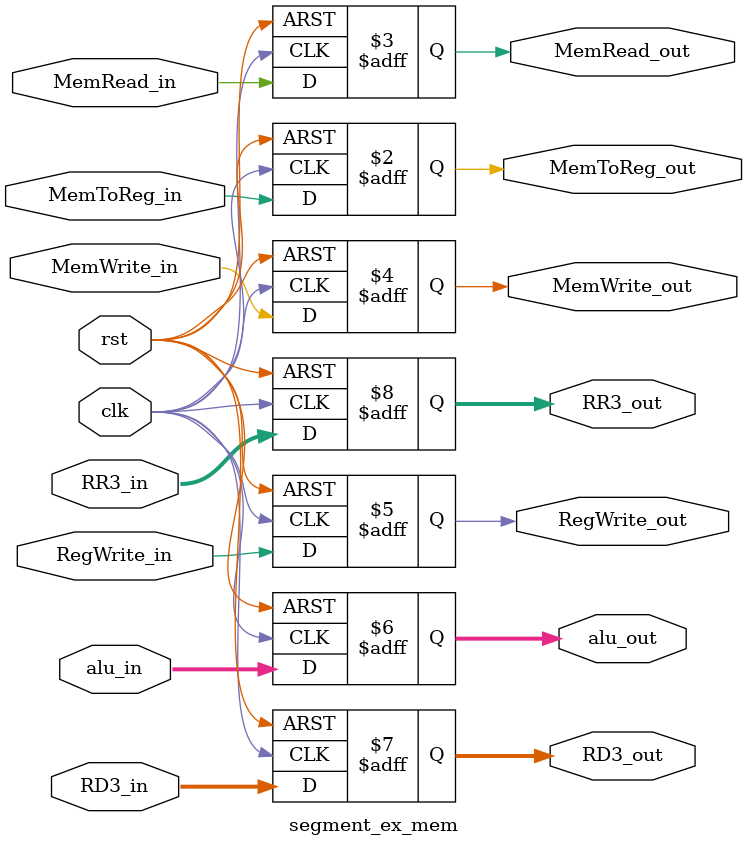
<source format=sv>
 module segment_ex_mem (input logic clk, rst,
								input logic MemToReg_in, MemRead_in, MemWrite_in, RegWrite_in,
								input logic [31:0] alu_in, RD3_in, 
								input logic [3:0] RR3_in,
								output logic MemToReg_out, MemRead_out, MemWrite_out, RegWrite_out,
								output logic [31:0] alu_out, RD3_out, 
								output logic [3:0] RR3_out);
			
	always_ff@(negedge clk, posedge rst)
		if(rst)
			begin
				MemToReg_out = 0;
				MemRead_out = 0;
				MemWrite_out = 0;
				RegWrite_out = 0;
				alu_out = 0;
				RD3_out = 0;
				RR3_out = 0;
			end
			
		else 
			begin
				MemToReg_out = MemToReg_in;
				MemRead_out = MemRead_in;
				MemWrite_out = MemWrite_in;
				RegWrite_out = RegWrite_in;
				alu_out = alu_in;
				RD3_out = RD3_in;
				RR3_out = RR3_in;
			end
		
endmodule
</source>
